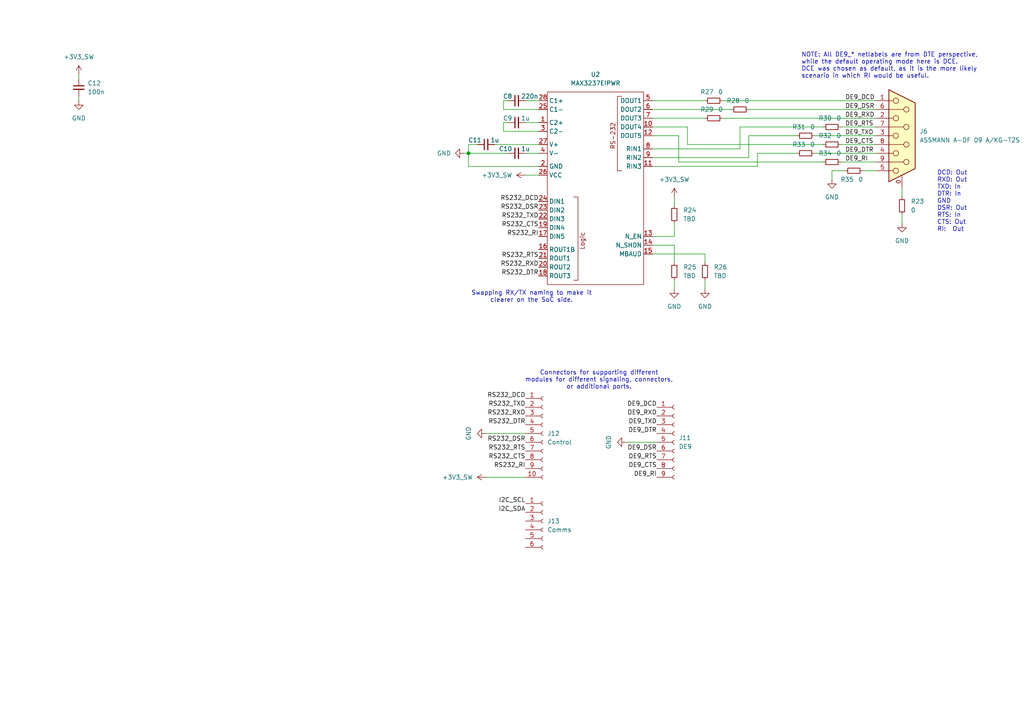
<source format=kicad_sch>
(kicad_sch (version 20231120) (generator "eeschema") (generator_version "8.0")
  (paper "A4")
  (lib_symbols
    (symbol "Connector:Conn_01x06_Socket" (pin_names (offset 1.016) hide)
      (property "Reference" "J" (at 0 7.62 0))
      (property "Value" "Conn_01x06_Socket" (at 0 -10.16 0))
      (symbol "Conn_01x06_Socket_1_1"
        (arc (start 0 -7.112) (mid -0.5058 -7.62) (end 0 -8.128) (stroke (width 0.1524)))
        (arc (start 0 -4.572) (mid -0.5058 -5.08) (end 0 -5.588) (stroke (width 0.1524)))
        (arc (start 0 -2.032) (mid -0.5058 -2.54) (end 0 -3.048) (stroke (width 0.1524)))
        (polyline (pts (xy -1.27 -7.62) (xy -0.508 -7.62)) (stroke (width 0.1524)))
        (polyline (pts (xy -1.27 -5.08) (xy -0.508 -5.08)) (stroke (width 0.1524)))
        (polyline (pts (xy -1.27 -2.54) (xy -0.508 -2.54)) (stroke (width 0.1524)))
        (polyline (pts (xy -1.27 0) (xy -0.508 0)) (stroke (width 0.1524)))
        (polyline (pts (xy -1.27 2.54) (xy -0.508 2.54)) (stroke (width 0.1524)))
        (polyline (pts (xy -1.27 5.08) (xy -0.508 5.08)) (stroke (width 0.1524)))
        (arc (start 0 0.508) (mid -0.5058 0) (end 0 -0.508) (stroke (width 0.1524)))
        (arc (start 0 3.048) (mid -0.5058 2.54) (end 0 2.032) (stroke (width 0.1524)))
        (arc (start 0 5.588) (mid -0.5058 5.08) (end 0 4.572) (stroke (width 0.1524)))
        (pin passive line (at -5.08 5.08 0) (length 3.81) (name "Pin_1") (number "1"))
        (pin passive line (at -5.08 2.54 0) (length 3.81) (name "Pin_2") (number "2"))
        (pin passive line (at -5.08 0 0) (length 3.81) (name "Pin_3") (number "3"))
        (pin passive line (at -5.08 -2.54 0) (length 3.81) (name "Pin_4") (number "4"))
        (pin passive line (at -5.08 -5.08 0) (length 3.81) (name "Pin_5") (number "5"))
        (pin passive line (at -5.08 -7.62 0) (length 3.81) (name "Pin_6") (number "6"))
      )
    )
    (symbol "Connector:Conn_01x09_Socket" (pin_names (offset 1.016) hide)
      (property "Reference" "J" (at 0 12.7 0))
      (property "Value" "Conn_01x09_Socket" (at 0 -12.7 0))
      (symbol "Conn_01x09_Socket_1_1"
        (arc (start 0 -9.652) (mid -0.5058 -10.16) (end 0 -10.668) (stroke (width 0.1524)))
        (arc (start 0 -7.112) (mid -0.5058 -7.62) (end 0 -8.128) (stroke (width 0.1524)))
        (arc (start 0 -4.572) (mid -0.5058 -5.08) (end 0 -5.588) (stroke (width 0.1524)))
        (arc (start 0 -2.032) (mid -0.5058 -2.54) (end 0 -3.048) (stroke (width 0.1524)))
        (polyline (pts (xy -1.27 -10.16) (xy -0.508 -10.16)) (stroke (width 0.1524)))
        (polyline (pts (xy -1.27 -7.62) (xy -0.508 -7.62)) (stroke (width 0.1524)))
        (polyline (pts (xy -1.27 -5.08) (xy -0.508 -5.08)) (stroke (width 0.1524)))
        (polyline (pts (xy -1.27 -2.54) (xy -0.508 -2.54)) (stroke (width 0.1524)))
        (polyline (pts (xy -1.27 0) (xy -0.508 0)) (stroke (width 0.1524)))
        (polyline (pts (xy -1.27 2.54) (xy -0.508 2.54)) (stroke (width 0.1524)))
        (polyline (pts (xy -1.27 5.08) (xy -0.508 5.08)) (stroke (width 0.1524)))
        (polyline (pts (xy -1.27 7.62) (xy -0.508 7.62)) (stroke (width 0.1524)))
        (polyline (pts (xy -1.27 10.16) (xy -0.508 10.16)) (stroke (width 0.1524)))
        (arc (start 0 0.508) (mid -0.5058 0) (end 0 -0.508) (stroke (width 0.1524)))
        (arc (start 0 3.048) (mid -0.5058 2.54) (end 0 2.032) (stroke (width 0.1524)))
        (arc (start 0 5.588) (mid -0.5058 5.08) (end 0 4.572) (stroke (width 0.1524)))
        (arc (start 0 8.128) (mid -0.5058 7.62) (end 0 7.112) (stroke (width 0.1524)))
        (arc (start 0 10.668) (mid -0.5058 10.16) (end 0 9.652) (stroke (width 0.1524)))
        (pin passive line (at -5.08 10.16 0) (length 3.81) (name "Pin_1") (number "1"))
        (pin passive line (at -5.08 7.62 0) (length 3.81) (name "Pin_2") (number "2"))
        (pin passive line (at -5.08 5.08 0) (length 3.81) (name "Pin_3") (number "3"))
        (pin passive line (at -5.08 2.54 0) (length 3.81) (name "Pin_4") (number "4"))
        (pin passive line (at -5.08 0 0) (length 3.81) (name "Pin_5") (number "5"))
        (pin passive line (at -5.08 -2.54 0) (length 3.81) (name "Pin_6") (number "6"))
        (pin passive line (at -5.08 -5.08 0) (length 3.81) (name "Pin_7") (number "7"))
        (pin passive line (at -5.08 -7.62 0) (length 3.81) (name "Pin_8") (number "8"))
        (pin passive line (at -5.08 -10.16 0) (length 3.81) (name "Pin_9") (number "9"))
      )
    )
    (symbol "Connector:Conn_01x10_Socket" (pin_names (offset 1.016) hide)
      (property "Reference" "J" (at 0 12.7 0))
      (property "Value" "Conn_01x10_Socket" (at 0 -15.24 0))
      (symbol "Conn_01x10_Socket_1_1"
        (arc (start 0 -12.192) (mid -0.5058 -12.7) (end 0 -13.208) (stroke (width 0.1524)))
        (arc (start 0 -9.652) (mid -0.5058 -10.16) (end 0 -10.668) (stroke (width 0.1524)))
        (arc (start 0 -7.112) (mid -0.5058 -7.62) (end 0 -8.128) (stroke (width 0.1524)))
        (arc (start 0 -4.572) (mid -0.5058 -5.08) (end 0 -5.588) (stroke (width 0.1524)))
        (arc (start 0 -2.032) (mid -0.5058 -2.54) (end 0 -3.048) (stroke (width 0.1524)))
        (polyline (pts (xy -1.27 -12.7) (xy -0.508 -12.7)) (stroke (width 0.1524)))
        (polyline (pts (xy -1.27 -10.16) (xy -0.508 -10.16)) (stroke (width 0.1524)))
        (polyline (pts (xy -1.27 -7.62) (xy -0.508 -7.62)) (stroke (width 0.1524)))
        (polyline (pts (xy -1.27 -5.08) (xy -0.508 -5.08)) (stroke (width 0.1524)))
        (polyline (pts (xy -1.27 -2.54) (xy -0.508 -2.54)) (stroke (width 0.1524)))
        (polyline (pts (xy -1.27 0) (xy -0.508 0)) (stroke (width 0.1524)))
        (polyline (pts (xy -1.27 2.54) (xy -0.508 2.54)) (stroke (width 0.1524)))
        (polyline (pts (xy -1.27 5.08) (xy -0.508 5.08)) (stroke (width 0.1524)))
        (polyline (pts (xy -1.27 7.62) (xy -0.508 7.62)) (stroke (width 0.1524)))
        (polyline (pts (xy -1.27 10.16) (xy -0.508 10.16)) (stroke (width 0.1524)))
        (arc (start 0 0.508) (mid -0.5058 0) (end 0 -0.508) (stroke (width 0.1524)))
        (arc (start 0 3.048) (mid -0.5058 2.54) (end 0 2.032) (stroke (width 0.1524)))
        (arc (start 0 5.588) (mid -0.5058 5.08) (end 0 4.572) (stroke (width 0.1524)))
        (arc (start 0 8.128) (mid -0.5058 7.62) (end 0 7.112) (stroke (width 0.1524)))
        (arc (start 0 10.668) (mid -0.5058 10.16) (end 0 9.652) (stroke (width 0.1524)))
        (pin passive line (at -5.08 10.16 0) (length 3.81) (name "Pin_1") (number "1"))
        (pin passive line (at -5.08 -12.7 0) (length 3.81) (name "Pin_10") (number "10"))
        (pin passive line (at -5.08 7.62 0) (length 3.81) (name "Pin_2") (number "2"))
        (pin passive line (at -5.08 5.08 0) (length 3.81) (name "Pin_3") (number "3"))
        (pin passive line (at -5.08 2.54 0) (length 3.81) (name "Pin_4") (number "4"))
        (pin passive line (at -5.08 0 0) (length 3.81) (name "Pin_5") (number "5"))
        (pin passive line (at -5.08 -2.54 0) (length 3.81) (name "Pin_6") (number "6"))
        (pin passive line (at -5.08 -5.08 0) (length 3.81) (name "Pin_7") (number "7"))
        (pin passive line (at -5.08 -7.62 0) (length 3.81) (name "Pin_8") (number "8"))
        (pin passive line (at -5.08 -10.16 0) (length 3.81) (name "Pin_9") (number "9"))
      )
    )
    (symbol "Connector:DE9_Receptacle_MountingHoles" (pin_names (offset 1.016) hide)
      (property "Reference" "J" (at 0 16.51 0))
      (property "Value" "DE9_Receptacle_MountingHoles" (at 0 14.605 0))
      (symbol "DE9_Receptacle_MountingHoles_0_1"
        (circle (center -1.778 -10.16) (radius 0.762))
        (circle (center -1.778 -5.08) (radius 0.762))
        (circle (center -1.778 0) (radius 0.762))
        (circle (center -1.778 5.08) (radius 0.762))
        (circle (center -1.778 10.16) (radius 0.762))
        (polyline (pts (xy -3.81 -10.16) (xy -2.54 -10.16)))
        (polyline (pts (xy -3.81 -7.62) (xy 0.508 -7.62)))
        (polyline (pts (xy -3.81 -5.08) (xy -2.54 -5.08)))
        (polyline (pts (xy -3.81 -2.54) (xy 0.508 -2.54)))
        (polyline (pts (xy -3.81 0) (xy -2.54 0)))
        (polyline (pts (xy -3.81 2.54) (xy 0.508 2.54)))
        (polyline (pts (xy -3.81 5.08) (xy -2.54 5.08)))
        (polyline (pts (xy -3.81 7.62) (xy 0.508 7.62)))
        (polyline (pts (xy -3.81 10.16) (xy -2.54 10.16)))
        (polyline (pts (xy -3.81 13.335) (xy -3.81 -13.335) (xy 3.81 -9.525) (xy 3.81 9.525) (xy -3.81 13.335)) (stroke (width 0.254)) (fill (type background)))
        (circle (center 1.27 -7.62) (radius 0.762))
        (circle (center 1.27 -2.54) (radius 0.762))
        (circle (center 1.27 2.54) (radius 0.762))
        (circle (center 1.27 7.62) (radius 0.762))
      )
      (symbol "DE9_Receptacle_MountingHoles_1_1"
        (pin passive line (at 0 -15.24 90) (length 3.81) (name "PAD") (number "0"))
        (pin passive line (at -7.62 10.16 0) (length 3.81) (name "1") (number "1"))
        (pin passive line (at -7.62 5.08 0) (length 3.81) (name "2") (number "2"))
        (pin passive line (at -7.62 0 0) (length 3.81) (name "3") (number "3"))
        (pin passive line (at -7.62 -5.08 0) (length 3.81) (name "4") (number "4"))
        (pin passive line (at -7.62 -10.16 0) (length 3.81) (name "5") (number "5"))
        (pin passive line (at -7.62 7.62 0) (length 3.81) (name "6") (number "6"))
        (pin passive line (at -7.62 2.54 0) (length 3.81) (name "7") (number "7"))
        (pin passive line (at -7.62 -2.54 0) (length 3.81) (name "8") (number "8"))
        (pin passive line (at -7.62 -7.62 0) (length 3.81) (name "9") (number "9"))
      )
    )
    (symbol "Device:C_Small" (pin_numbers hide) (pin_names (offset 0.254) hide)
      (property "Reference" "C" (at 0.254 1.778 0))
      (property "Value" "C_Small" (at 0.254 -2.032 0))
      (symbol "C_Small_0_1"
        (polyline (pts (xy -1.524 -0.508) (xy 1.524 -0.508)) (stroke (width 0.3302)))
        (polyline (pts (xy -1.524 0.508) (xy 1.524 0.508)) (stroke (width 0.3048)))
      )
      (symbol "C_Small_1_1"
        (pin passive line (at 0 2.54 270) (length 2.032) (name "~") (number "1"))
        (pin passive line (at 0 -2.54 90) (length 2.032) (name "~") (number "2"))
      )
    )
    (symbol "Device:R_Small" (pin_numbers hide) (pin_names (offset 0.254) hide)
      (property "Reference" "R" (at 0.762 0.508 0))
      (property "Value" "R_Small" (at 0.762 -1.016 0))
      (symbol "R_Small_0_1"
        (rectangle (start -0.762 1.778) (end 0.762 -1.778) (stroke (width 0.2032)))
      )
      (symbol "R_Small_1_1"
        (pin passive line (at 0 2.54 270) (length 0.762) (name "~") (number "1"))
        (pin passive line (at 0 -2.54 90) (length 0.762) (name "~") (number "2"))
      )
    )
    (symbol "Symbols:+3V3_SW" (power) (pin_names (offset 0))
      (property "Value" "+3V3_SW" (at 0 3.556 0))
      (symbol "+3V3_SW_0_1"
        (polyline (pts (xy -0.762 1.27) (xy 0 2.54)))
        (polyline (pts (xy 0 0) (xy 0 2.54)))
        (polyline (pts (xy 0 2.54) (xy 0.762 1.27)))
      )
      (symbol "+3V3_SW_1_1"
        (pin power_in line (at 0 0 90) (length 0) hide (name "+3V3_SW") (number "1"))
      )
    )
    (symbol "Symbols:MAX3237EIPWR"
      (property "Reference" "U" (at 0 2.54 0))
      (property "Value" "MAX3237EIPWR" (at 0 0 0))
      (symbol "MAX3237EIPWR_0_1"
        (rectangle (start -13.97 0) (end 13.97 -55.88))
        (polyline (pts (xy -6.35 -54.61) (xy -5.08 -54.61) (xy -5.08 -30.48) (xy -6.35 -30.48)))
        (polyline (pts (xy 7.62 -1.27) (xy 6.35 -1.27) (xy 6.35 -22.86) (xy 7.62 -22.86)))
      )
      (symbol "MAX3237EIPWR_1_1"
        (text "Logic" (at -3.81 -43.18 900) (effects (font (size 1.27 1.27))))
        (text "RS-232" (at 5.08 -12.7 900) (effects (font (size 1.27 1.27))))
        (pin unspecified line (at -16.51 -8.89 0) (length 2.54) (name "C2+") (number "1"))
        (pin output line (at 16.51 -10.16 180) (length 2.54) (name "DOUT4") (number "10"))
        (pin input line (at 16.51 -21.59 180) (length 2.54) (name "RIN3") (number "11"))
        (pin output line (at 16.51 -12.7 180) (length 2.54) (name "DOUT5") (number "12"))
        (pin input line (at 16.51 -41.91 180) (length 2.54) (name "N_EN") (number "13"))
        (pin input line (at 16.51 -44.45 180) (length 2.54) (name "N_SHDN") (number "14"))
        (pin input line (at 16.51 -46.99 180) (length 2.54) (name "MBAUD") (number "15"))
        (pin output line (at -16.51 -45.72 0) (length 2.54) (name "ROUT1B") (number "16"))
        (pin input line (at -16.51 -41.91 0) (length 2.54) (name "DIN5") (number "17"))
        (pin output line (at -16.51 -53.34 0) (length 2.54) (name "ROUT3") (number "18"))
        (pin input line (at -16.51 -39.37 0) (length 2.54) (name "DIN4") (number "19"))
        (pin unspecified line (at -16.51 -21.59 0) (length 2.54) (name "GND") (number "2"))
        (pin output line (at -16.51 -50.8 0) (length 2.54) (name "ROUT2") (number "20"))
        (pin output line (at -16.51 -48.26 0) (length 2.54) (name "ROUT1") (number "21"))
        (pin input line (at -16.51 -36.83 0) (length 2.54) (name "DIN3") (number "22"))
        (pin input line (at -16.51 -34.29 0) (length 2.54) (name "DIN2") (number "23"))
        (pin input line (at -16.51 -31.75 0) (length 2.54) (name "DIN1") (number "24"))
        (pin unspecified line (at -16.51 -5.08 0) (length 2.54) (name "C1-") (number "25"))
        (pin power_in line (at -16.51 -24.13 0) (length 2.54) (name "VCC") (number "26"))
        (pin power_in line (at -16.51 -15.24 0) (length 2.54) (name "V+") (number "27"))
        (pin unspecified line (at -16.51 -2.54 0) (length 2.54) (name "C1+") (number "28"))
        (pin unspecified line (at -16.51 -11.43 0) (length 2.54) (name "C2-") (number "3"))
        (pin unspecified line (at -16.51 -17.78 0) (length 2.54) (name "V-") (number "4"))
        (pin output line (at 16.51 -2.54 180) (length 2.54) (name "DOUT1") (number "5"))
        (pin output line (at 16.51 -5.08 180) (length 2.54) (name "DOUT2") (number "6"))
        (pin output line (at 16.51 -7.62 180) (length 2.54) (name "DOUT3") (number "7"))
        (pin input line (at 16.51 -16.51 180) (length 2.54) (name "RIN1") (number "8"))
        (pin input line (at 16.51 -19.05 180) (length 2.54) (name "RIN2") (number "9"))
      )
    )
    (symbol "power:GND" (power) (pin_names (offset 0))
      (property "Value" "GND" (at 0 -3.81 0))
      (symbol "GND_0_1"
        (polyline (pts (xy 0 0) (xy 0 -1.27) (xy 1.27 -1.27) (xy 0 -2.54) (xy -1.27 -1.27) (xy 0 -1.27)))
      )
      (symbol "GND_1_1"
        (pin power_in line (at 0 0 270) (length 0) hide (name "GND") (number "1"))
      )
    )
  )
  (junction (at 135.89 44.45))
  (wire (pts (xy 217.17 39.37) (xy 231.14 39.37)))
  (wire (pts (xy 199.39 36.83) (xy 199.39 41.91)))
  (wire (pts (xy 140.97 138.43) (xy 152.4 138.43)))
  (wire (pts (xy 135.89 48.26) (xy 156.21 48.26)))
  (wire (pts (xy 189.23 71.12) (xy 195.58 71.12)))
  (wire (pts (xy 219.71 48.26) (xy 219.71 44.45)))
  (wire (pts (xy 152.4 50.8) (xy 156.21 50.8)))
  (wire (pts (xy 147.32 29.21) (xy 146.05 29.21)))
  (wire (pts (xy 146.05 35.56) (xy 146.05 38.1)))
  (wire (pts (xy 140.97 125.73) (xy 152.4 125.73)))
  (wire (pts (xy 189.23 39.37) (xy 196.85 39.37)))
  (wire (pts (xy 189.23 43.18) (xy 214.63 43.18)))
  (wire (pts (xy 189.23 73.66) (xy 204.47 73.66)))
  (wire (pts (xy 261.62 62.23) (xy 261.62 64.77)))
  (wire (pts (xy 209.55 29.21) (xy 254 29.21)))
  (wire (pts (xy 143.51 41.91) (xy 156.21 41.91)))
  (wire (pts (xy 219.71 44.45) (xy 231.14 44.45)))
  (wire (pts (xy 146.05 31.75) (xy 156.21 31.75)))
  (wire (pts (xy 146.05 29.21) (xy 146.05 31.75)))
  (wire (pts (xy 243.84 41.91) (xy 254 41.91)))
  (wire (pts (xy 22.86 21.59) (xy 22.86 22.86)))
  (wire (pts (xy 217.17 45.72) (xy 217.17 39.37)))
  (wire (pts (xy 152.4 29.21) (xy 156.21 29.21)))
  (wire (pts (xy 196.85 46.99) (xy 238.76 46.99)))
  (wire (pts (xy 261.62 54.61) (xy 261.62 57.15)))
  (wire (pts (xy 146.05 38.1) (xy 156.21 38.1)))
  (wire (pts (xy 189.23 31.75) (xy 212.09 31.75)))
  (wire (pts (xy 22.86 27.94) (xy 22.86 29.21)))
  (wire (pts (xy 189.23 36.83) (xy 199.39 36.83)))
  (wire (pts (xy 135.89 41.91) (xy 135.89 44.45)))
  (wire (pts (xy 214.63 36.83) (xy 238.76 36.83)))
  (wire (pts (xy 189.23 48.26) (xy 219.71 48.26)))
  (wire (pts (xy 147.32 35.56) (xy 146.05 35.56)))
  (wire (pts (xy 152.4 44.45) (xy 156.21 44.45)))
  (wire (pts (xy 199.39 41.91) (xy 238.76 41.91)))
  (wire (pts (xy 195.58 57.15) (xy 195.58 59.69)))
  (wire (pts (xy 195.58 71.12) (xy 195.58 76.2)))
  (wire (pts (xy 241.3 49.53) (xy 241.3 52.07)))
  (wire (pts (xy 189.23 29.21) (xy 204.47 29.21)))
  (wire (pts (xy 243.84 46.99) (xy 254 46.99)))
  (wire (pts (xy 209.55 34.29) (xy 254 34.29)))
  (wire (pts (xy 135.89 44.45) (xy 135.89 48.26)))
  (wire (pts (xy 243.84 36.83) (xy 254 36.83)))
  (wire (pts (xy 189.23 68.58) (xy 195.58 68.58)))
  (wire (pts (xy 196.85 39.37) (xy 196.85 46.99)))
  (wire (pts (xy 241.3 49.53) (xy 245.11 49.53)))
  (wire (pts (xy 195.58 68.58) (xy 195.58 64.77)))
  (wire (pts (xy 138.43 41.91) (xy 135.89 41.91)))
  (wire (pts (xy 152.4 35.56) (xy 156.21 35.56)))
  (wire (pts (xy 189.23 34.29) (xy 204.47 34.29)))
  (wire (pts (xy 214.63 43.18) (xy 214.63 36.83)))
  (wire (pts (xy 217.17 31.75) (xy 254 31.75)))
  (wire (pts (xy 195.58 81.28) (xy 195.58 83.82)))
  (wire (pts (xy 181.61 128.27) (xy 190.5 128.27)))
  (wire (pts (xy 189.23 45.72) (xy 217.17 45.72)))
  (wire (pts (xy 135.89 44.45) (xy 147.32 44.45)))
  (wire (pts (xy 236.22 44.45) (xy 254 44.45)))
  (wire (pts (xy 135.89 44.45) (xy 134.62 44.45)))
  (wire (pts (xy 250.19 49.53) (xy 254 49.53)))
  (wire (pts (xy 204.47 81.28) (xy 204.47 83.82)))
  (wire (pts (xy 204.47 73.66) (xy 204.47 76.2)))
  (wire (pts (xy 236.22 39.37) (xy 254 39.37)))
  (text "Connectors for supporting different\nmodules for different signaling, connectors,\nor additional ports." (at 173.736 110.236 0) (effects (font (size 1.27 1.27))))
  (text "DCD: Out\nRXD: Out\nTXD: In\nDTR: In\nGND\nDSR: Out\nRTS: In\nCTS: Out\nRI:  Out" (at 271.78 67.31 0) (effects (font (size 1.27 1.27)) (justify left bottom)))
  (text "Swapping RX/TX naming to make it\nclearer on the SoC side." (at 154.178 86.106 0) (effects (font (size 1.27 1.27))))
  (text "NOTE: All DE9_* netlabels are from DTE perspective,\nwhile the default operating mode here is DCE.\nDCE was chosen as default, as it is the more likely\nscenario in which RI would be useful." (at 232.41 22.86 0) (effects (font (size 1.27 1.27)) (justify left bottom)))
  (label "RS232_RI" (at 152.4 135.89 180))
  (label "RS232_DTR" (at 156.21 80.01 180))
  (label "RS232_RXD" (at 156.21 77.47 180))
  (label "I2C_SDA" (at 152.4 148.59 180))
  (label "DE9_TXD" (at 190.5 123.19 180))
  (label "RS232_DSR" (at 156.21 60.96 180))
  (label "RS232_RI" (at 156.21 68.58 180))
  (label "DE9_RI" (at 245.11 46.99 0))
  (label "RS232_CTS" (at 152.4 133.35 180))
  (label "DE9_DSR" (at 245.11 31.75 0))
  (label "I2C_SCL" (at 152.4 146.05 180))
  (label "RS232_CTS" (at 156.21 66.04 180))
  (label "DE9_DCD" (at 190.5 118.11 180))
  (label "DE9_DSR" (at 190.5 130.81 180))
  (label "DE9_DTR" (at 245.11 44.45 0))
  (label "RS232_TXD" (at 156.21 63.5 180))
  (label "RS232_RTS" (at 152.4 130.81 180))
  (label "RS232_RXD" (at 152.4 120.65 180))
  (label "DE9_DCD" (at 245.11 29.21 0))
  (label "DE9_DTR" (at 190.5 125.73 180))
  (label "DE9_CTS" (at 190.5 135.89 180))
  (label "RS232_DTR" (at 152.4 123.19 180))
  (label "RS232_DCD" (at 152.4 115.57 180))
  (label "RS232_DCD" (at 156.21 58.42 180))
  (label "DE9_TXD" (at 245.11 39.37 0))
  (label "DE9_RI" (at 190.5 138.43 180))
  (label "RS232_RTS" (at 156.21 74.93 180))
  (label "RS232_DSR" (at 152.4 128.27 180))
  (label "DE9_RTS" (at 190.5 133.35 180))
  (label "DE9_RXD" (at 190.5 120.65 180))
  (label "RS232_TXD" (at 152.4 118.11 180))
  (label "DE9_RTS" (at 245.11 36.83 0))
  (label "DE9_CTS" (at 245.11 41.91 0))
  (label "DE9_RXD" (at 245.11 34.29 0))
  (symbol (lib_id "Connector:Conn_01x09_Socket") (at 195.58 128.27 0) (unit 1)
    (property "Reference" "J11" (at 196.85 126.9999 0) (effects (justify left)))
    (property "Value" "DE9" (at 196.85 129.5399 0) (effects (justify left)))
    (property "Footprint" "Connector_PinHeader_1.27mm:PinHeader_1x09_P1.27mm_Vertical" (effects (hide yes)))
    (property "Description" "Generic connector, single row, 01x09, script generated" (effects (hide yes)))
  )
  (symbol (lib_id "Device:C_Small") (at 22.86 25.4 0) (unit 1)
    (property "Reference" "C12" (at 25.4 24.1363 0) (effects (justify left)))
    (property "Value" "100n" (at 25.4 26.6763 0) (effects (justify left)))
    (property "Footprint" "Capacitor_SMD:C_0603_1608Metric" (effects (hide yes)))
  )
  (symbol (lib_id "power:GND") (at 195.58 83.82 0) (unit 1)
    (property "Reference" "#PWR042" (effects (hide yes)))
    (property "Value" "GND" (at 195.58 88.9 0))
  )
  (symbol (lib_id "Symbols:+3V3_SW") (at 22.86 21.59 0) (unit 1)
    (property "Reference" "#PWR039" (effects (hide yes)))
    (property "Value" "+3V3_SW" (at 22.86 16.51 0))
  )
  (symbol (lib_id "Connector:Conn_01x10_Socket") (at 157.48 125.73 0) (unit 1)
    (property "Reference" "J12" (at 158.75 125.7299 0) (effects (justify left)))
    (property "Value" "Control" (at 158.75 128.2699 0) (effects (justify left)))
    (property "Footprint" "Connector_PinHeader_1.27mm:PinHeader_1x10_P1.27mm_Vertical" (effects (hide yes)))
    (property "Description" "Generic connector, single row, 01x10, script generated" (effects (hide yes)))
  )
  (symbol (lib_id "Device:C_Small") (at 140.97 41.91 90) (unit 1)
    (property "Reference" "C11" (at 139.7 40.64 90) (effects (justify left)))
    (property "Value" "1u" (at 142.24 40.64 90) (effects (justify right)))
    (property "Footprint" "Capacitor_SMD:C_0603_1608Metric" (effects (hide yes)))
  )
  (symbol (lib_id "Device:R_Small") (at 241.3 41.91 90) (unit 1)
    (property "Reference" "R32" (at 241.3 39.37 90) (effects (justify left)))
    (property "Value" "0" (at 242.57 39.37 90) (effects (justify right)))
    (property "Footprint" "Resistor_SMD:R_0402_1005Metric" (effects (hide yes)))
  )
  (symbol (lib_id "power:GND") (at 134.62 44.45 270) (unit 1)
    (property "Reference" "#PWR037" (effects (hide yes)))
    (property "Value" "GND" (at 130.81 44.45 90) (effects (justify right)))
  )
  (symbol (lib_id "Device:R_Small") (at 195.58 78.74 0) (unit 1)
    (property "Reference" "R25" (at 198.12 77.47 0) (effects (justify left)))
    (property "Value" "TBD" (at 198.12 80.01 0) (effects (justify left)))
    (property "Footprint" "Resistor_SMD:R_0402_1005Metric" (effects (hide yes)))
  )
  (symbol (lib_id "Device:R_Small") (at 207.01 34.29 90) (unit 1)
    (property "Reference" "R29" (at 207.01 31.75 90) (effects (justify left)))
    (property "Value" "0" (at 208.28 31.75 90) (effects (justify right)))
    (property "Footprint" "Resistor_SMD:R_0402_1005Metric" (effects (hide yes)))
  )
  (symbol (lib_id "Device:R_Small") (at 241.3 46.99 90) (unit 1)
    (property "Reference" "R34" (at 241.3 44.45 90) (effects (justify left)))
    (property "Value" "0" (at 242.57 44.45 90) (effects (justify right)))
    (property "Footprint" "Resistor_SMD:R_0402_1005Metric" (effects (hide yes)))
  )
  (symbol (lib_id "Device:R_Small") (at 214.63 31.75 90) (unit 1)
    (property "Reference" "R28" (at 214.63 29.21 90) (effects (justify left)))
    (property "Value" "0" (at 215.9 29.21 90) (effects (justify right)))
    (property "Footprint" "Resistor_SMD:R_0402_1005Metric" (effects (hide yes)))
  )
  (symbol (lib_id "Device:R_Small") (at 207.01 29.21 90) (unit 1)
    (property "Reference" "R27" (at 207.01 26.67 90) (effects (justify left)))
    (property "Value" "0" (at 208.28 26.67 90) (effects (justify right)))
    (property "Footprint" "Resistor_SMD:R_0402_1005Metric" (effects (hide yes)))
  )
  (symbol (lib_id "power:GND") (at 241.3 52.07 0) (unit 1)
    (property "Reference" "#PWR035" (effects (hide yes)))
    (property "Value" "GND" (at 241.3 57.15 0))
  )
  (symbol (lib_id "power:GND") (at 204.47 83.82 0) (unit 1)
    (property "Reference" "#PWR043" (effects (hide yes)))
    (property "Value" "GND" (at 204.47 88.9 0))
  )
  (symbol (lib_id "Symbols:+3V3_SW") (at 152.4 50.8 90) (unit 1)
    (property "Reference" "#PWR038" (effects (hide yes)))
    (property "Value" "+3V3_SW" (at 148.59 50.8 90) (effects (justify left)))
  )
  (symbol (lib_id "Device:R_Small") (at 247.65 49.53 90) (mirror x) (unit 1)
    (property "Reference" "R35" (at 247.65 52.07 90) (effects (justify left)))
    (property "Value" "0" (at 248.92 52.07 90) (effects (justify right)))
    (property "Footprint" "Resistor_SMD:R_0402_1005Metric" (effects (hide yes)))
  )
  (symbol (lib_id "Symbols:+3V3_SW") (at 195.58 57.15 0) (unit 1)
    (property "Reference" "#PWR041" (effects (hide yes)))
    (property "Value" "+3V3_SW" (at 195.58 52.07 0))
  )
  (symbol (lib_id "Device:C_Small") (at 149.86 35.56 90) (unit 1)
    (property "Reference" "C9" (at 148.59 34.29 90) (effects (justify left)))
    (property "Value" "1u" (at 151.13 34.29 90) (effects (justify right)))
    (property "Footprint" "Capacitor_SMD:C_0603_1608Metric" (effects (hide yes)))
  )
  (symbol (lib_id "Device:C_Small") (at 149.86 29.21 90) (unit 1)
    (property "Reference" "C8" (at 148.59 27.94 90) (effects (justify left)))
    (property "Value" "220n" (at 151.13 27.94 90) (effects (justify right)))
    (property "Footprint" "Capacitor_SMD:C_0603_1608Metric" (effects (hide yes)))
  )
  (symbol (lib_id "power:GND") (at 261.62 64.77 0) (unit 1)
    (property "Reference" "#PWR036" (effects (hide yes)))
    (property "Value" "GND" (at 261.62 69.85 0))
  )
  (symbol (lib_id "power:GND") (at 181.61 128.27 270) (mirror x) (unit 1)
    (property "Reference" "#PWR053" (effects (hide yes)))
    (property "Value" "GND" (at 176.53 128.27 0))
  )
  (symbol (lib_id "Device:R_Small") (at 241.3 36.83 90) (unit 1)
    (property "Reference" "R30" (at 241.3 34.29 90) (effects (justify left)))
    (property "Value" "0" (at 242.57 34.29 90) (effects (justify right)))
    (property "Footprint" "Resistor_SMD:R_0402_1005Metric" (effects (hide yes)))
  )
  (symbol (lib_id "Connector:Conn_01x06_Socket") (at 157.48 151.13 0) (unit 1)
    (property "Reference" "J13" (at 158.75 151.1299 0) (effects (justify left)))
    (property "Value" "Comms" (at 158.75 153.6699 0) (effects (justify left)))
    (property "Footprint" "Connector_PinHeader_1.27mm:PinHeader_1x06_P1.27mm_Vertical" (effects (hide yes)))
    (property "Description" "Generic connector, single row, 01x06, script generated" (effects (hide yes)))
  )
  (symbol (lib_id "power:GND") (at 140.97 125.73 270) (mirror x) (unit 1)
    (property "Reference" "#PWR054" (effects (hide yes)))
    (property "Value" "GND" (at 135.89 125.73 0))
  )
  (symbol (lib_id "Device:C_Small") (at 149.86 44.45 90) (unit 1)
    (property "Reference" "C10" (at 148.59 43.18 90) (effects (justify left)))
    (property "Value" "1u" (at 151.13 43.18 90) (effects (justify right)))
    (property "Footprint" "Capacitor_SMD:C_0603_1608Metric" (effects (hide yes)))
  )
  (symbol (lib_id "Device:R_Small") (at 204.47 78.74 0) (unit 1)
    (property "Reference" "R26" (at 207.01 77.47 0) (effects (justify left)))
    (property "Value" "TBD" (at 207.01 80.01 0) (effects (justify left)))
    (property "Footprint" "Resistor_SMD:R_0402_1005Metric" (effects (hide yes)))
  )
  (symbol (lib_id "Device:R_Small") (at 233.68 44.45 90) (unit 1)
    (property "Reference" "R33" (at 233.68 41.91 90) (effects (justify left)))
    (property "Value" "0" (at 234.95 41.91 90) (effects (justify right)))
    (property "Footprint" "Resistor_SMD:R_0402_1005Metric" (effects (hide yes)))
  )
  (symbol (lib_id "Device:R_Small") (at 195.58 62.23 0) (unit 1)
    (property "Reference" "R24" (at 198.12 60.96 0) (effects (justify left)))
    (property "Value" "TBD" (at 198.12 63.5 0) (effects (justify left)))
    (property "Footprint" "Resistor_SMD:R_0402_1005Metric" (effects (hide yes)))
  )
  (symbol (lib_id "Connector:DE9_Receptacle_MountingHoles") (at 261.62 39.37 0) (unit 1)
    (property "Reference" "J6" (at 266.7 38.1 0) (effects (justify left)))
    (property "Value" "ASSMANN A-DF 09 A/KG-T2S" (at 266.7 40.64 0) (effects (justify left)))
    (property "Footprint" "Footprints:ASSMANN_A-DF_09_A_KG-T2S" (effects (hide yes)))
    (property "Datasheet" " ~" (effects (hide yes)))
  )
  (symbol (lib_id "Symbols:+3V3_SW") (at 140.97 138.43 90) (unit 1)
    (property "Reference" "#PWR055" (effects (hide yes)))
    (property "Value" "+3V3_SW" (at 137.16 138.4299 90) (effects (justify left)))
  )
  (symbol (lib_id "Device:R_Small") (at 233.68 39.37 90) (unit 1)
    (property "Reference" "R31" (at 233.68 36.83 90) (effects (justify left)))
    (property "Value" "0" (at 234.95 36.83 90) (effects (justify right)))
    (property "Footprint" "Resistor_SMD:R_0402_1005Metric" (effects (hide yes)))
  )
  (symbol (lib_id "Device:R_Small") (at 261.62 59.69 0) (unit 1)
    (property "Reference" "R23" (at 264.16 58.42 0) (effects (justify left)))
    (property "Value" "0" (at 264.16 60.96 0) (effects (justify left)))
    (property "Footprint" "Resistor_SMD:R_0402_1005Metric" (effects (hide yes)))
  )
  (symbol (lib_id "Symbols:MAX3237EIPWR") (at 172.72 26.67 0) (unit 1)
    (property "Reference" "U2" (at 172.72 21.59 0))
    (property "Value" "MAX3237EIPWR" (at 172.72 24.13 0))
    (property "Footprint" "Package_SO:TSSOP-28_4.4x9.7mm_P0.65mm" (effects (hide yes)))
  )
  (symbol (lib_id "power:GND") (at 22.86 29.21 0) (unit 1)
    (property "Reference" "#PWR040" (effects (hide yes)))
    (property "Value" "GND" (at 22.86 34.29 0))
  )
)
</source>
